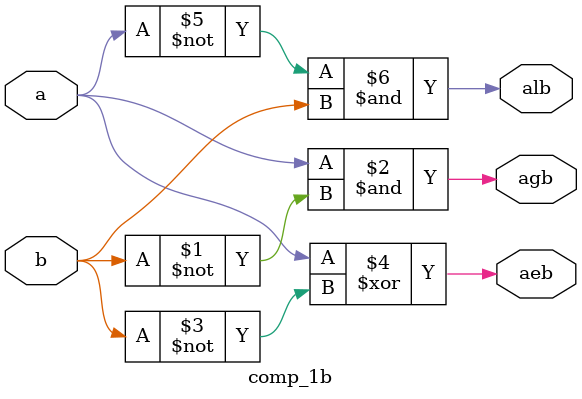
<source format=v>
`timescale 1ns/1ps

module comp_1b_tb;
	reg a,b;
	wire agb,aeb,alb;

	comp_1b U0(
		.a(a),.b(b),.agb(agb),.aeb(aeb),.alb(alb)
	);

	initial begin
			a=1'b0;b=1'b0;
		display_vars;
		#10 a=1'b1;b=1'b0;
		display_vars;
		#10 a=1'b1;b=1'b1;
		display_vars;
		#10 a=1'b0;b=1'b1;
		display_vars;
	end

	task display_vars;
		$display("a:%b,b:%b,agb:%b,aeb:%b,alb:%b",a,b,agb,aeb,alb);
	endtask
endmodule




module comp_1b(
	input a,b,
	output wire agb,aeb,alb
);

	assign agb = a&(~b);
	assign aeb = a^(~b);
	assign alb = (~a)&b;

endmodule
</source>
